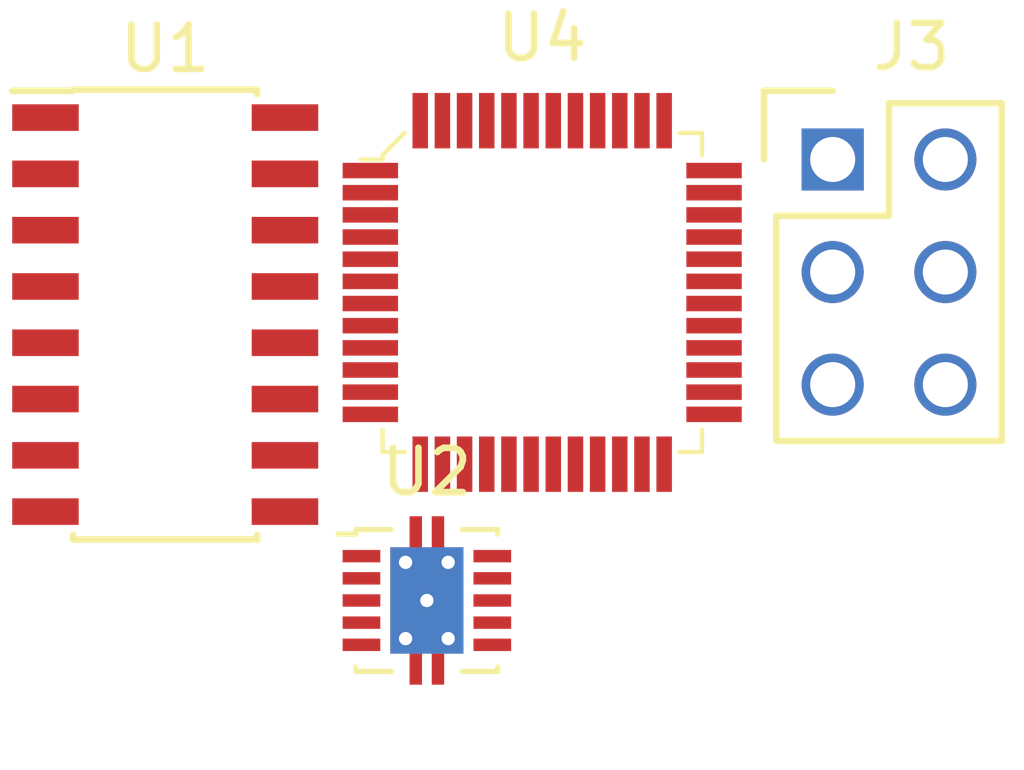
<source format=kicad_pcb>
(kicad_pcb (version 20171130) (host pcbnew 5.0.1-33cea8e~68~ubuntu18.04.1)

  (general
    (thickness 1.6)
    (drawings 0)
    (tracks 0)
    (zones 0)
    (modules 4)
    (nets 66)
  )

  (page A4)
  (layers
    (0 F.Cu signal)
    (31 B.Cu signal)
    (32 B.Adhes user)
    (33 F.Adhes user)
    (34 B.Paste user)
    (35 F.Paste user)
    (36 B.SilkS user)
    (37 F.SilkS user)
    (38 B.Mask user)
    (39 F.Mask user)
    (40 Dwgs.User user)
    (41 Cmts.User user)
    (42 Eco1.User user)
    (43 Eco2.User user)
    (44 Edge.Cuts user)
    (45 Margin user)
    (46 B.CrtYd user)
    (47 F.CrtYd user)
    (48 B.Fab user)
    (49 F.Fab user)
  )

  (setup
    (last_trace_width 0.25)
    (trace_clearance 0.2)
    (zone_clearance 0.508)
    (zone_45_only no)
    (trace_min 0.2)
    (segment_width 0.2)
    (edge_width 0.15)
    (via_size 0.8)
    (via_drill 0.4)
    (via_min_size 0.4)
    (via_min_drill 0.3)
    (uvia_size 0.3)
    (uvia_drill 0.1)
    (uvias_allowed no)
    (uvia_min_size 0.2)
    (uvia_min_drill 0.1)
    (pcb_text_width 0.3)
    (pcb_text_size 1.5 1.5)
    (mod_edge_width 0.15)
    (mod_text_size 1 1)
    (mod_text_width 0.15)
    (pad_size 1.524 1.524)
    (pad_drill 0.762)
    (pad_to_mask_clearance 0.051)
    (solder_mask_min_width 0.25)
    (aux_axis_origin 0 0)
    (visible_elements FFFFFF7F)
    (pcbplotparams
      (layerselection 0x010fc_ffffffff)
      (usegerberextensions false)
      (usegerberattributes false)
      (usegerberadvancedattributes false)
      (creategerberjobfile false)
      (excludeedgelayer true)
      (linewidth 0.100000)
      (plotframeref false)
      (viasonmask false)
      (mode 1)
      (useauxorigin false)
      (hpglpennumber 1)
      (hpglpenspeed 20)
      (hpglpendiameter 15.000000)
      (psnegative false)
      (psa4output false)
      (plotreference true)
      (plotvalue true)
      (plotinvisibletext false)
      (padsonsilk false)
      (subtractmaskfromsilk false)
      (outputformat 1)
      (mirror false)
      (drillshape 1)
      (scaleselection 1)
      (outputdirectory ""))
  )

  (net 0 "")
  (net 1 /MISO)
  (net 2 VCC)
  (net 3 /SCK)
  (net 4 /MOSI)
  (net 5 /RESET)
  (net 6 GND)
  (net 7 "Net-(C8-Pad1)")
  (net 8 "Net-(C9-Pad1)")
  (net 9 "Net-(R6-Pad1)")
  (net 10 "Net-(C3-Pad2)")
  (net 11 "Net-(D6-Pad1)")
  (net 12 /BAT+)
  (net 13 "Net-(C2-Pad2)")
  (net 14 "Net-(C11-Pad2)")
  (net 15 "Net-(R13-Pad2)")
  (net 16 "Net-(R1-Pad2)")
  (net 17 "Net-(R3-Pad2)")
  (net 18 "Net-(M1-Pad2)")
  (net 19 "Net-(M2-Pad2)")
  (net 20 "Net-(C10-Pad2)")
  (net 21 "Net-(C10-Pad1)")
  (net 22 "Net-(C17-Pad1)")
  (net 23 "Net-(R26-Pad2)")
  (net 24 /B4)
  (net 25 /LOAD+)
  (net 26 "Net-(U2-Pad9)")
  (net 27 "Net-(R29-Pad1)")
  (net 28 "Net-(U4-Pad4)")
  (net 29 "Net-(U4-Pad3)")
  (net 30 "Net-(U4-Pad2)")
  (net 31 "Net-(U4-Pad1)")
  (net 32 /T1)
  (net 33 /T2)
  (net 34 /T3)
  (net 35 /T4)
  (net 36 /T5)
  (net 37 /T6)
  (net 38 "Net-(U4-Pad16)")
  (net 39 "Net-(U4-Pad15)")
  (net 40 "Net-(U4-Pad14)")
  (net 41 "Net-(U4-Pad13)")
  (net 42 "Net-(U4-Pad19)")
  (net 43 "Net-(U4-Pad20)")
  (net 44 "Net-(U4-Pad21)")
  (net 45 "Net-(U4-Pad22)")
  (net 46 "Net-(U4-Pad23)")
  (net 47 "Net-(U4-Pad24)")
  (net 48 "Net-(U4-Pad25)")
  (net 49 /Discharge)
  (net 50 "Net-(U4-Pad27)")
  (net 51 "Net-(U4-Pad28)")
  (net 52 /FET5)
  (net 53 /FET6)
  (net 54 /FET4)
  (net 55 /FET3)
  (net 56 /FET2)
  (net 57 /FET1)
  (net 58 "Net-(U4-Pad37)")
  (net 59 "Net-(U4-Pad38)")
  (net 60 "Net-(U4-Pad39)")
  (net 61 "Net-(U4-Pad41)")
  (net 62 "Net-(U4-Pad45)")
  (net 63 "Net-(U4-Pad46)")
  (net 64 "Net-(U4-Pad47)")
  (net 65 /SafetySwitch)

  (net_class Default "This is the default net class."
    (clearance 0.2)
    (trace_width 0.25)
    (via_dia 0.8)
    (via_drill 0.4)
    (uvia_dia 0.3)
    (uvia_drill 0.1)
    (add_net /B4)
    (add_net /BAT+)
    (add_net /Discharge)
    (add_net /FET1)
    (add_net /FET2)
    (add_net /FET3)
    (add_net /FET4)
    (add_net /FET5)
    (add_net /FET6)
    (add_net /LOAD+)
    (add_net /MISO)
    (add_net /MOSI)
    (add_net /RESET)
    (add_net /SCK)
    (add_net /SafetySwitch)
    (add_net /T1)
    (add_net /T2)
    (add_net /T3)
    (add_net /T4)
    (add_net /T5)
    (add_net /T6)
    (add_net GND)
    (add_net "Net-(C10-Pad1)")
    (add_net "Net-(C10-Pad2)")
    (add_net "Net-(C11-Pad2)")
    (add_net "Net-(C17-Pad1)")
    (add_net "Net-(C2-Pad2)")
    (add_net "Net-(C3-Pad2)")
    (add_net "Net-(C8-Pad1)")
    (add_net "Net-(C9-Pad1)")
    (add_net "Net-(D6-Pad1)")
    (add_net "Net-(M1-Pad2)")
    (add_net "Net-(M2-Pad2)")
    (add_net "Net-(R1-Pad2)")
    (add_net "Net-(R13-Pad2)")
    (add_net "Net-(R26-Pad2)")
    (add_net "Net-(R29-Pad1)")
    (add_net "Net-(R3-Pad2)")
    (add_net "Net-(R6-Pad1)")
    (add_net "Net-(U2-Pad9)")
    (add_net "Net-(U4-Pad1)")
    (add_net "Net-(U4-Pad13)")
    (add_net "Net-(U4-Pad14)")
    (add_net "Net-(U4-Pad15)")
    (add_net "Net-(U4-Pad16)")
    (add_net "Net-(U4-Pad19)")
    (add_net "Net-(U4-Pad2)")
    (add_net "Net-(U4-Pad20)")
    (add_net "Net-(U4-Pad21)")
    (add_net "Net-(U4-Pad22)")
    (add_net "Net-(U4-Pad23)")
    (add_net "Net-(U4-Pad24)")
    (add_net "Net-(U4-Pad25)")
    (add_net "Net-(U4-Pad27)")
    (add_net "Net-(U4-Pad28)")
    (add_net "Net-(U4-Pad3)")
    (add_net "Net-(U4-Pad37)")
    (add_net "Net-(U4-Pad38)")
    (add_net "Net-(U4-Pad39)")
    (add_net "Net-(U4-Pad4)")
    (add_net "Net-(U4-Pad41)")
    (add_net "Net-(U4-Pad45)")
    (add_net "Net-(U4-Pad46)")
    (add_net "Net-(U4-Pad47)")
    (add_net VCC)
  )

  (module footprints:Pin_Header_Straight_2x03 (layer F.Cu) (tedit 5C16B823) (tstamp 5E598042)
    (at 111.911721 106.529681)
    (descr "Through hole pin header")
    (tags "pin header")
    (path /5E15A020)
    (fp_text reference J3 (at 1.778 -2.54) (layer F.SilkS)
      (effects (font (size 1 1) (thickness 0.15)))
    )
    (fp_text value CONN_02X03 (at 1.27 7.874) (layer F.Fab) hide
      (effects (font (size 1 1) (thickness 0.15)))
    )
    (fp_line (start -1.27 1.27) (end -1.27 6.35) (layer F.SilkS) (width 0.15))
    (fp_line (start -1.55 -1.55) (end 0 -1.55) (layer F.SilkS) (width 0.15))
    (fp_line (start -1.75 -1.75) (end -1.75 6.85) (layer F.CrtYd) (width 0.05))
    (fp_line (start 4.3 -1.75) (end 4.3 6.85) (layer F.CrtYd) (width 0.05))
    (fp_line (start -1.75 -1.75) (end 4.3 -1.75) (layer F.CrtYd) (width 0.05))
    (fp_line (start -1.75 6.85) (end 4.3 6.85) (layer F.CrtYd) (width 0.05))
    (fp_line (start 1.27 -1.27) (end 1.27 1.27) (layer F.SilkS) (width 0.15))
    (fp_line (start 1.27 1.27) (end -1.27 1.27) (layer F.SilkS) (width 0.15))
    (fp_line (start -1.27 6.35) (end 3.81 6.35) (layer F.SilkS) (width 0.15))
    (fp_line (start 3.81 6.35) (end 3.81 1.27) (layer F.SilkS) (width 0.15))
    (fp_line (start -1.55 -1.55) (end -1.55 0) (layer F.SilkS) (width 0.15))
    (fp_line (start 3.81 -1.27) (end 1.27 -1.27) (layer F.SilkS) (width 0.15))
    (fp_line (start 3.81 1.27) (end 3.81 -1.27) (layer F.SilkS) (width 0.15))
    (pad 1 thru_hole rect (at 0 0) (size 1.4 1.4) (drill 1.016) (layers *.Cu *.Mask)
      (net 1 /MISO))
    (pad 2 thru_hole circle (at 2.54 0) (size 1.4 1.4) (drill 1.016) (layers *.Cu *.Mask)
      (net 2 VCC))
    (pad 3 thru_hole circle (at 0 2.54) (size 1.4 1.4) (drill 1.016) (layers *.Cu *.Mask)
      (net 3 /SCK))
    (pad 4 thru_hole circle (at 2.54 2.54) (size 1.4 1.4) (drill 1.016) (layers *.Cu *.Mask)
      (net 4 /MOSI))
    (pad 5 thru_hole circle (at 0 5.08) (size 1.4 1.4) (drill 1.016) (layers *.Cu *.Mask)
      (net 5 /RESET))
    (pad 6 thru_hole circle (at 2.54 5.08) (size 1.4 1.4) (drill 1.016) (layers *.Cu *.Mask)
      (net 6 GND))
    (model ${LOCAL_DIR}/OEM_Preferred_Parts/3DModels/Header_Pin_2x3/Header_Straight_2x3.wrl
      (at (xyz 0 0 0))
      (scale (xyz 1 1 1))
      (rotate (xyz 0 0 90))
    )
  )

  (module Package_SO:SOIC-16_3.9x9.9mm_P1.27mm (layer F.Cu) (tedit 5A02F2D3) (tstamp 5E598067)
    (at 96.861721 110.029681)
    (descr "16-Lead Plastic Small Outline (SL) - Narrow, 3.90 mm Body [SOIC] (see Microchip Packaging Specification 00000049BS.pdf)")
    (tags "SOIC 1.27")
    (path /5E473D37)
    (attr smd)
    (fp_text reference U1 (at 0 -6) (layer F.SilkS)
      (effects (font (size 1 1) (thickness 0.15)))
    )
    (fp_text value MAX1648 (at 0 6) (layer F.Fab)
      (effects (font (size 1 1) (thickness 0.15)))
    )
    (fp_text user %R (at 0 0) (layer F.Fab)
      (effects (font (size 0.9 0.9) (thickness 0.135)))
    )
    (fp_line (start -0.95 -4.95) (end 1.95 -4.95) (layer F.Fab) (width 0.15))
    (fp_line (start 1.95 -4.95) (end 1.95 4.95) (layer F.Fab) (width 0.15))
    (fp_line (start 1.95 4.95) (end -1.95 4.95) (layer F.Fab) (width 0.15))
    (fp_line (start -1.95 4.95) (end -1.95 -3.95) (layer F.Fab) (width 0.15))
    (fp_line (start -1.95 -3.95) (end -0.95 -4.95) (layer F.Fab) (width 0.15))
    (fp_line (start -3.7 -5.25) (end -3.7 5.25) (layer F.CrtYd) (width 0.05))
    (fp_line (start 3.7 -5.25) (end 3.7 5.25) (layer F.CrtYd) (width 0.05))
    (fp_line (start -3.7 -5.25) (end 3.7 -5.25) (layer F.CrtYd) (width 0.05))
    (fp_line (start -3.7 5.25) (end 3.7 5.25) (layer F.CrtYd) (width 0.05))
    (fp_line (start -2.075 -5.075) (end -2.075 -5.05) (layer F.SilkS) (width 0.15))
    (fp_line (start 2.075 -5.075) (end 2.075 -4.97) (layer F.SilkS) (width 0.15))
    (fp_line (start 2.075 5.075) (end 2.075 4.97) (layer F.SilkS) (width 0.15))
    (fp_line (start -2.075 5.075) (end -2.075 4.97) (layer F.SilkS) (width 0.15))
    (fp_line (start -2.075 -5.075) (end 2.075 -5.075) (layer F.SilkS) (width 0.15))
    (fp_line (start -2.075 5.075) (end 2.075 5.075) (layer F.SilkS) (width 0.15))
    (fp_line (start -2.075 -5.05) (end -3.45 -5.05) (layer F.SilkS) (width 0.15))
    (pad 1 smd rect (at -2.7 -4.445) (size 1.5 0.6) (layers F.Cu F.Paste F.Mask)
      (net 7 "Net-(C8-Pad1)"))
    (pad 2 smd rect (at -2.7 -3.175) (size 1.5 0.6) (layers F.Cu F.Paste F.Mask)
      (net 8 "Net-(C9-Pad1)"))
    (pad 3 smd rect (at -2.7 -1.905) (size 1.5 0.6) (layers F.Cu F.Paste F.Mask)
      (net 9 "Net-(R6-Pad1)"))
    (pad 4 smd rect (at -2.7 -0.635) (size 1.5 0.6) (layers F.Cu F.Paste F.Mask)
      (net 10 "Net-(C3-Pad2)"))
    (pad 5 smd rect (at -2.7 0.635) (size 1.5 0.6) (layers F.Cu F.Paste F.Mask)
      (net 11 "Net-(D6-Pad1)"))
    (pad 6 smd rect (at -2.7 1.905) (size 1.5 0.6) (layers F.Cu F.Paste F.Mask)
      (net 12 /BAT+))
    (pad 7 smd rect (at -2.7 3.175) (size 1.5 0.6) (layers F.Cu F.Paste F.Mask)
      (net 13 "Net-(C2-Pad2)"))
    (pad 8 smd rect (at -2.7 4.445) (size 1.5 0.6) (layers F.Cu F.Paste F.Mask)
      (net 14 "Net-(C11-Pad2)"))
    (pad 9 smd rect (at 2.7 4.445) (size 1.5 0.6) (layers F.Cu F.Paste F.Mask)
      (net 15 "Net-(R13-Pad2)"))
    (pad 10 smd rect (at 2.7 3.175) (size 1.5 0.6) (layers F.Cu F.Paste F.Mask)
      (net 16 "Net-(R1-Pad2)"))
    (pad 11 smd rect (at 2.7 1.905) (size 1.5 0.6) (layers F.Cu F.Paste F.Mask)
      (net 17 "Net-(R3-Pad2)"))
    (pad 12 smd rect (at 2.7 0.635) (size 1.5 0.6) (layers F.Cu F.Paste F.Mask)
      (net 6 GND))
    (pad 13 smd rect (at 2.7 -0.635) (size 1.5 0.6) (layers F.Cu F.Paste F.Mask)
      (net 18 "Net-(M1-Pad2)"))
    (pad 14 smd rect (at 2.7 -1.905) (size 1.5 0.6) (layers F.Cu F.Paste F.Mask)
      (net 19 "Net-(M2-Pad2)"))
    (pad 15 smd rect (at 2.7 -3.175) (size 1.5 0.6) (layers F.Cu F.Paste F.Mask)
      (net 20 "Net-(C10-Pad2)"))
    (pad 16 smd rect (at 2.7 -4.445) (size 1.5 0.6) (layers F.Cu F.Paste F.Mask)
      (net 21 "Net-(C10-Pad1)"))
    (model ${KISYS3DMOD}/Package_SO.3dshapes/SOIC-16_3.9x9.9mm_P1.27mm.wrl
      (at (xyz 0 0 0))
      (scale (xyz 1 1 1))
      (rotate (xyz 0 0 0))
    )
  )

  (module Package_SON:VSON-10-1EP_3x3mm_P0.5mm_EP1.65x2.4mm_ThermalVias (layer F.Cu) (tedit 5A65F0B8) (tstamp 5E598099)
    (at 102.761721 116.479681)
    (descr "VSON 10 Thermal on 11 3x3mm Pitch 0.5mm http://chip.tomsk.ru/chip/chipdoc.nsf/Package/D8A64DD165C2AAD9472579400024FC41!OpenDocument")
    (tags "VSON 10 Thermal on 11 3x3mm Pitch 0.5mm")
    (path /5E17AB1F)
    (attr smd)
    (fp_text reference U2 (at 0 -2.9) (layer F.SilkS)
      (effects (font (size 1 1) (thickness 0.15)))
    )
    (fp_text value TPS2592xx (at 0 3) (layer F.Fab)
      (effects (font (size 1 1) (thickness 0.15)))
    )
    (fp_text user %R (at 0 0) (layer F.Fab)
      (effects (font (size 0.8 0.8) (thickness 0.1)))
    )
    (fp_line (start -1.5 -0.5) (end -0.5 -1.5) (layer F.Fab) (width 0.1))
    (fp_line (start -1.6 -1.5) (end -2 -1.5) (layer F.SilkS) (width 0.12))
    (fp_line (start -2.15 2.15) (end -2.15 -2.15) (layer F.CrtYd) (width 0.05))
    (fp_line (start 2.15 2.15) (end -2.15 2.15) (layer F.CrtYd) (width 0.05))
    (fp_line (start 2.15 -2.15) (end 2.15 2.15) (layer F.CrtYd) (width 0.05))
    (fp_line (start -2.15 -2.15) (end 2.15 -2.15) (layer F.CrtYd) (width 0.05))
    (fp_line (start 1.6 1.6) (end 1.6 1.5) (layer F.SilkS) (width 0.12))
    (fp_line (start 0.8 1.6) (end 1.6 1.6) (layer F.SilkS) (width 0.12))
    (fp_line (start -1.6 1.6) (end -0.8 1.6) (layer F.SilkS) (width 0.12))
    (fp_line (start -1.6 1.5) (end -1.6 1.6) (layer F.SilkS) (width 0.12))
    (fp_line (start 1.6 -1.6) (end 1.6 -1.5) (layer F.SilkS) (width 0.12))
    (fp_line (start 0.8 -1.6) (end 1.6 -1.6) (layer F.SilkS) (width 0.12))
    (fp_line (start -1.6 -1.6) (end -1.6 -1.5) (layer F.SilkS) (width 0.12))
    (fp_line (start -0.8 -1.6) (end -1.6 -1.6) (layer F.SilkS) (width 0.12))
    (fp_line (start -1.5 1.5) (end 1.5 1.5) (layer F.Fab) (width 0.1))
    (fp_line (start -1.5 -0.5) (end -1.5 1.5) (layer F.Fab) (width 0.1))
    (fp_line (start 1.5 -1.5) (end 1.5 1.5) (layer F.Fab) (width 0.1))
    (fp_line (start -0.5 -1.5) (end 1.5 -1.5) (layer F.Fab) (width 0.1))
    (pad 1 smd rect (at -1.475 -1) (size 0.85 0.28) (layers F.Cu F.Paste F.Mask)
      (net 22 "Net-(C17-Pad1)"))
    (pad 2 smd rect (at -1.475 -0.5) (size 0.85 0.28) (layers F.Cu F.Paste F.Mask)
      (net 23 "Net-(R26-Pad2)"))
    (pad 3 smd rect (at -1.475 0) (size 0.85 0.28) (layers F.Cu F.Paste F.Mask)
      (net 24 /B4))
    (pad 4 smd rect (at -1.475 0.5) (size 0.85 0.28) (layers F.Cu F.Paste F.Mask)
      (net 24 /B4))
    (pad 5 smd rect (at -1.475 1) (size 0.85 0.28) (layers F.Cu F.Paste F.Mask)
      (net 24 /B4))
    (pad 6 smd rect (at 1.475 1) (size 0.85 0.28) (layers F.Cu F.Paste F.Mask)
      (net 25 /LOAD+))
    (pad 7 smd rect (at 1.475 0.5) (size 0.85 0.28) (layers F.Cu F.Paste F.Mask)
      (net 25 /LOAD+))
    (pad 8 smd rect (at 1.475 0) (size 0.85 0.28) (layers F.Cu F.Paste F.Mask)
      (net 25 /LOAD+))
    (pad 9 smd rect (at 1.475 -0.5) (size 0.85 0.28) (layers F.Cu F.Paste F.Mask)
      (net 26 "Net-(U2-Pad9)"))
    (pad 10 smd rect (at 1.475 -1) (size 0.85 0.28) (layers F.Cu F.Paste F.Mask)
      (net 27 "Net-(R29-Pad1)"))
    (pad 11 smd rect (at 0 0) (size 1.65 2.4) (layers F.Cu F.Mask)
      (net 6 GND))
    (pad "" smd rect (at 0.48 0.86) (size 0.64 0.64) (layers F.Paste))
    (pad 11 smd rect (at -0.25 -1.55) (size 0.28 0.7) (layers F.Cu F.Paste F.Mask)
      (net 6 GND))
    (pad 11 smd rect (at -0.25 1.55) (size 0.28 0.7) (layers F.Cu F.Paste F.Mask)
      (net 6 GND))
    (pad 11 smd rect (at 0.25 -1.55) (size 0.28 0.7) (layers F.Cu F.Paste F.Mask)
      (net 6 GND))
    (pad 11 smd rect (at 0.25 1.55) (size 0.28 0.7) (layers F.Cu F.Paste F.Mask)
      (net 6 GND))
    (pad "" smd rect (at -0.48 0.86) (size 0.64 0.64) (layers F.Paste))
    (pad "" smd rect (at -0.48 0) (size 0.64 0.64) (layers F.Paste))
    (pad "" smd rect (at 0.48 0) (size 0.64 0.64) (layers F.Paste))
    (pad "" smd rect (at -0.48 -0.86) (size 0.64 0.64) (layers F.Paste))
    (pad "" smd rect (at 0.48 -0.86) (size 0.64 0.64) (layers F.Paste))
    (pad 11 thru_hole circle (at -0.48 -0.86) (size 0.6 0.6) (drill 0.3) (layers *.Cu)
      (net 6 GND))
    (pad 11 thru_hole circle (at -0.48 0.86) (size 0.6 0.6) (drill 0.3) (layers *.Cu)
      (net 6 GND))
    (pad 11 thru_hole circle (at 0.48 -0.86) (size 0.6 0.6) (drill 0.3) (layers *.Cu)
      (net 6 GND))
    (pad 11 thru_hole circle (at 0.48 0.86) (size 0.6 0.6) (drill 0.3) (layers *.Cu)
      (net 6 GND))
    (pad 11 thru_hole circle (at 0 0) (size 0.6 0.6) (drill 0.3) (layers *.Cu)
      (net 6 GND))
    (pad 11 smd rect (at 0 0) (size 1.65 2.4) (layers B.Cu)
      (net 6 GND))
    (model ${KISYS3DMOD}/Package_SON.3dshapes/VSON-10-1EP_3x3mm_P0.5mm_EP1.65x2.4mm.wrl
      (at (xyz 0 0 0))
      (scale (xyz 1 1 1))
      (rotate (xyz 0 0 0))
    )
  )

  (module digikey-footprints:TQFP-48_7x7mm (layer F.Cu) (tedit 5D28AA6C) (tstamp 5E5980E0)
    (at 105.361721 109.529681)
    (descr http://ww1.microchip.com/downloads/en/DeviceDoc/40001884A.pdf)
    (path /5E38EE6E)
    (attr smd)
    (fp_text reference U4 (at 0 -5.75) (layer F.SilkS)
      (effects (font (size 1 1) (thickness 0.15)))
    )
    (fp_text value ATSAMD21G18A-AUT (at 0 6) (layer F.Fab)
      (effects (font (size 1 1) (thickness 0.15)))
    )
    (fp_line (start -4.75 -4.75) (end 4.75 -4.75) (layer F.CrtYd) (width 0.05))
    (fp_line (start 4.75 -4.75) (end 4.75 4.75) (layer F.CrtYd) (width 0.05))
    (fp_line (start -4.75 -4.75) (end -4.75 4.75) (layer F.CrtYd) (width 0.05))
    (fp_line (start -4.75 4.75) (end 4.75 4.75) (layer F.CrtYd) (width 0.05))
    (fp_line (start -3.6 3.1) (end -3.6 3.6) (layer F.SilkS) (width 0.1))
    (fp_line (start -3.6 3.6) (end -3.1 3.6) (layer F.SilkS) (width 0.1))
    (fp_line (start 3.6 3.1) (end 3.6 3.6) (layer F.SilkS) (width 0.1))
    (fp_line (start 3.6 3.6) (end 3.1 3.6) (layer F.SilkS) (width 0.1))
    (fp_line (start 3.1 -3.6) (end 3.6 -3.6) (layer F.SilkS) (width 0.1))
    (fp_line (start 3.6 -3.6) (end 3.6 -3.1) (layer F.SilkS) (width 0.1))
    (fp_line (start -3.1 -3.6) (end -3.6 -3.1) (layer F.SilkS) (width 0.1))
    (fp_line (start -3.6 -3.1) (end -3.6 -3) (layer F.SilkS) (width 0.1))
    (fp_line (start -3.6 -3) (end -4.1 -3) (layer F.SilkS) (width 0.1))
    (fp_line (start -3.5 -3) (end -3.5 3.5) (layer F.Fab) (width 0.1))
    (fp_line (start -3 -3.5) (end 3.5 -3.5) (layer F.Fab) (width 0.1))
    (fp_line (start -3.5 -3) (end -3 -3.5) (layer F.Fab) (width 0.1))
    (fp_text user %R (at 0 0) (layer F.Fab)
      (effects (font (size 1 1) (thickness 0.15)))
    )
    (fp_line (start 3.5 -3.5) (end 3.5 3.5) (layer F.Fab) (width 0.1))
    (fp_line (start -3.5 3.5) (end 3.5 3.5) (layer F.Fab) (width 0.1))
    (pad 6 smd rect (at -3.875 -0.25) (size 1.25 0.35) (layers F.Cu F.Paste F.Mask)
      (net 2 VCC))
    (pad 5 smd rect (at -3.875 -0.75) (size 1.25 0.35) (layers F.Cu F.Paste F.Mask)
      (net 6 GND))
    (pad 4 smd rect (at -3.875 -1.25) (size 1.25 0.35) (layers F.Cu F.Paste F.Mask)
      (net 28 "Net-(U4-Pad4)"))
    (pad 3 smd rect (at -3.875 -1.75) (size 1.25 0.35) (layers F.Cu F.Paste F.Mask)
      (net 29 "Net-(U4-Pad3)"))
    (pad 2 smd rect (at -3.875 -2.25) (size 1.25 0.35) (layers F.Cu F.Paste F.Mask)
      (net 30 "Net-(U4-Pad2)"))
    (pad 1 smd rect (at -3.875 -2.75) (size 1.25 0.35) (layers F.Cu F.Paste F.Mask)
      (net 31 "Net-(U4-Pad1)"))
    (pad 7 smd rect (at -3.875 0.25) (size 1.25 0.35) (layers F.Cu F.Paste F.Mask)
      (net 32 /T1))
    (pad 8 smd rect (at -3.875 0.75) (size 1.25 0.35) (layers F.Cu F.Paste F.Mask)
      (net 33 /T2))
    (pad 9 smd rect (at -3.875 1.25) (size 1.25 0.35) (layers F.Cu F.Paste F.Mask)
      (net 34 /T3))
    (pad 10 smd rect (at -3.875 1.75) (size 1.25 0.35) (layers F.Cu F.Paste F.Mask)
      (net 35 /T4))
    (pad 11 smd rect (at -3.875 2.25) (size 1.25 0.35) (layers F.Cu F.Paste F.Mask)
      (net 36 /T5))
    (pad 12 smd rect (at -3.875 2.75) (size 1.25 0.35) (layers F.Cu F.Paste F.Mask)
      (net 37 /T6))
    (pad 18 smd rect (at -0.25 3.875) (size 0.35 1.25) (layers F.Cu F.Paste F.Mask)
      (net 6 GND))
    (pad 17 smd rect (at -0.75 3.875) (size 0.35 1.25) (layers F.Cu F.Paste F.Mask)
      (net 2 VCC))
    (pad 16 smd rect (at -1.25 3.875) (size 0.35 1.25) (layers F.Cu F.Paste F.Mask)
      (net 38 "Net-(U4-Pad16)"))
    (pad 15 smd rect (at -1.75 3.875) (size 0.35 1.25) (layers F.Cu F.Paste F.Mask)
      (net 39 "Net-(U4-Pad15)"))
    (pad 14 smd rect (at -2.25 3.875) (size 0.35 1.25) (layers F.Cu F.Paste F.Mask)
      (net 40 "Net-(U4-Pad14)"))
    (pad 13 smd rect (at -2.75 3.875) (size 0.35 1.25) (layers F.Cu F.Paste F.Mask)
      (net 41 "Net-(U4-Pad13)"))
    (pad 19 smd rect (at 0.25 3.875) (size 0.35 1.25) (layers F.Cu F.Paste F.Mask)
      (net 42 "Net-(U4-Pad19)"))
    (pad 20 smd rect (at 0.75 3.875) (size 0.35 1.25) (layers F.Cu F.Paste F.Mask)
      (net 43 "Net-(U4-Pad20)"))
    (pad 21 smd rect (at 1.25 3.875) (size 0.35 1.25) (layers F.Cu F.Paste F.Mask)
      (net 44 "Net-(U4-Pad21)"))
    (pad 22 smd rect (at 1.75 3.875) (size 0.35 1.25) (layers F.Cu F.Paste F.Mask)
      (net 45 "Net-(U4-Pad22)"))
    (pad 23 smd rect (at 2.25 3.875) (size 0.35 1.25) (layers F.Cu F.Paste F.Mask)
      (net 46 "Net-(U4-Pad23)"))
    (pad 24 smd rect (at 2.75 3.875) (size 0.35 1.25) (layers F.Cu F.Paste F.Mask)
      (net 47 "Net-(U4-Pad24)"))
    (pad 25 smd rect (at 3.875 2.75) (size 1.25 0.35) (layers F.Cu F.Paste F.Mask)
      (net 48 "Net-(U4-Pad25)"))
    (pad 26 smd rect (at 3.875 2.25) (size 1.25 0.35) (layers F.Cu F.Paste F.Mask)
      (net 49 /Discharge))
    (pad 27 smd rect (at 3.875 1.75) (size 1.25 0.35) (layers F.Cu F.Paste F.Mask)
      (net 50 "Net-(U4-Pad27)"))
    (pad 28 smd rect (at 3.875 1.25) (size 1.25 0.35) (layers F.Cu F.Paste F.Mask)
      (net 51 "Net-(U4-Pad28)"))
    (pad 29 smd rect (at 3.875 0.75) (size 1.25 0.35) (layers F.Cu F.Paste F.Mask)
      (net 52 /FET5))
    (pad 30 smd rect (at 3.875 0.25) (size 1.25 0.35) (layers F.Cu F.Paste F.Mask)
      (net 53 /FET6))
    (pad 31 smd rect (at 3.875 -0.25) (size 1.25 0.35) (layers F.Cu F.Paste F.Mask)
      (net 54 /FET4))
    (pad 32 smd rect (at 3.875 -0.75) (size 1.25 0.35) (layers F.Cu F.Paste F.Mask)
      (net 55 /FET3))
    (pad 33 smd rect (at 3.875 -1.25) (size 1.25 0.35) (layers F.Cu F.Paste F.Mask)
      (net 56 /FET2))
    (pad 34 smd rect (at 3.875 -1.75) (size 1.25 0.35) (layers F.Cu F.Paste F.Mask)
      (net 57 /FET1))
    (pad 35 smd rect (at 3.875 -2.25) (size 1.25 0.35) (layers F.Cu F.Paste F.Mask)
      (net 6 GND))
    (pad 36 smd rect (at 3.875 -2.75) (size 1.25 0.35) (layers F.Cu F.Paste F.Mask)
      (net 2 VCC))
    (pad 37 smd rect (at 2.75 -3.875) (size 0.35 1.25) (layers F.Cu F.Paste F.Mask)
      (net 58 "Net-(U4-Pad37)"))
    (pad 38 smd rect (at 2.25 -3.875) (size 0.35 1.25) (layers F.Cu F.Paste F.Mask)
      (net 59 "Net-(U4-Pad38)"))
    (pad 39 smd rect (at 1.75 -3.875) (size 0.35 1.25) (layers F.Cu F.Paste F.Mask)
      (net 60 "Net-(U4-Pad39)"))
    (pad 40 smd rect (at 1.25 -3.875) (size 0.35 1.25) (layers F.Cu F.Paste F.Mask)
      (net 5 /RESET))
    (pad 41 smd rect (at 0.75 -3.875) (size 0.35 1.25) (layers F.Cu F.Paste F.Mask)
      (net 61 "Net-(U4-Pad41)"))
    (pad 42 smd rect (at 0.25 -3.875) (size 0.35 1.25) (layers F.Cu F.Paste F.Mask)
      (net 6 GND))
    (pad 43 smd rect (at -0.25 -3.875) (size 0.35 1.25) (layers F.Cu F.Paste F.Mask)
      (net 2 VCC))
    (pad 44 smd rect (at -0.75 -3.875) (size 0.35 1.25) (layers F.Cu F.Paste F.Mask)
      (net 2 VCC))
    (pad 45 smd rect (at -1.25 -3.875) (size 0.35 1.25) (layers F.Cu F.Paste F.Mask)
      (net 62 "Net-(U4-Pad45)"))
    (pad 46 smd rect (at -1.75 -3.875) (size 0.35 1.25) (layers F.Cu F.Paste F.Mask)
      (net 63 "Net-(U4-Pad46)"))
    (pad 47 smd rect (at -2.25 -3.875) (size 0.35 1.25) (layers F.Cu F.Paste F.Mask)
      (net 64 "Net-(U4-Pad47)"))
    (pad 48 smd rect (at -2.75 -3.875) (size 0.35 1.25) (layers F.Cu F.Paste F.Mask)
      (net 65 /SafetySwitch))
  )

)

</source>
